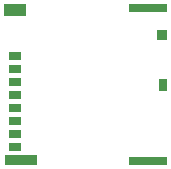
<source format=gbp>
G04 #@! TF.GenerationSoftware,KiCad,Pcbnew,7.0.5-7.0.5~ubuntu22.04.1*
G04 #@! TF.CreationDate,2023-06-24T11:50:08+02:00*
G04 #@! TF.ProjectId,Signal Generator,5369676e-616c-4204-9765-6e657261746f,2*
G04 #@! TF.SameCoordinates,Original*
G04 #@! TF.FileFunction,Paste,Bot*
G04 #@! TF.FilePolarity,Positive*
%FSLAX46Y46*%
G04 Gerber Fmt 4.6, Leading zero omitted, Abs format (unit mm)*
G04 Created by KiCad (PCBNEW 7.0.5-7.0.5~ubuntu22.04.1) date 2023-06-24 11:50:08*
%MOMM*%
%LPD*%
G01*
G04 APERTURE LIST*
%ADD10R,3.330000X0.700000*%
%ADD11R,1.830000X1.140000*%
%ADD12R,2.800000X0.860000*%
%ADD13R,0.930000X0.900000*%
%ADD14R,0.780000X1.050000*%
%ADD15R,1.100000X0.700000*%
G04 APERTURE END LIST*
D10*
X102665000Y-120700000D03*
D11*
X91415000Y-120920000D03*
D12*
X91900000Y-133580000D03*
D10*
X102665000Y-133660000D03*
D13*
X103865000Y-123010000D03*
D14*
X103940000Y-127275000D03*
D15*
X91400000Y-124800000D03*
X91400000Y-125900000D03*
X91400000Y-127000000D03*
X91400000Y-128100000D03*
X91400000Y-129200000D03*
X91400000Y-130300000D03*
X91400000Y-131400000D03*
X91400000Y-132500000D03*
M02*

</source>
